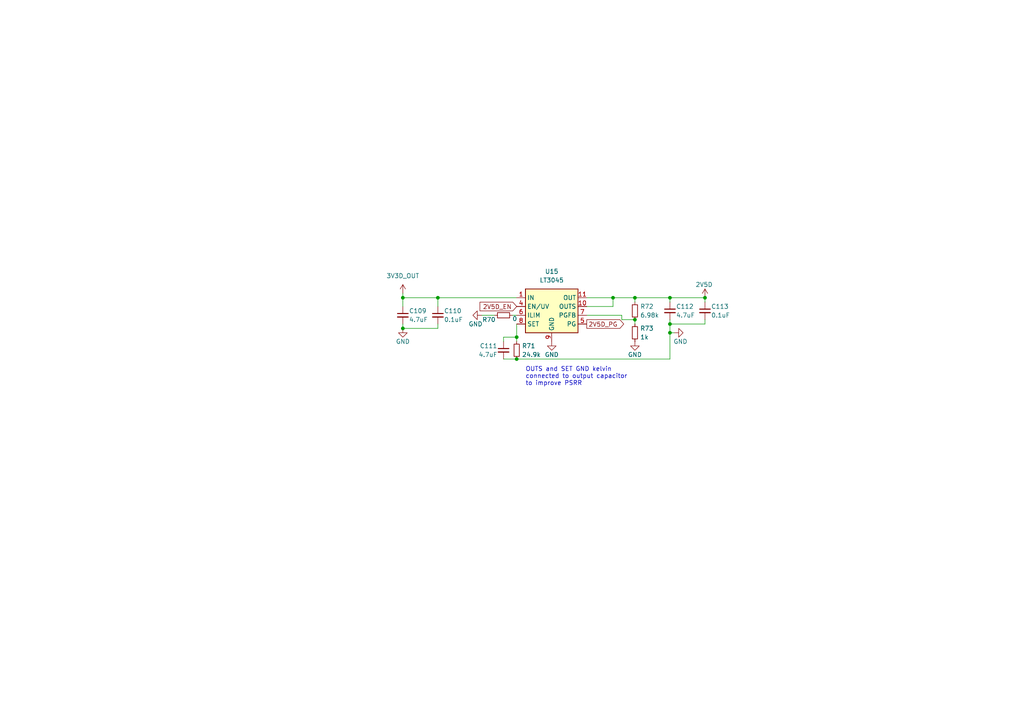
<source format=kicad_sch>
(kicad_sch (version 20250114) (generator "eeschema") (generator_version "9.0")
  (paper "A4")
  (title_block (title "4 channel ADC Module") (date "2025-04-18") (rev "0.1") (company "NOIRLab") (comment 1 "Design: Braulio Cancino Vera - braulio.cancino@noirlab.edu"))
  (lib_symbols
    (symbol "Device:C_Small" (pin_numbers (hide yes)) (pin_names (offset 0.254) (hide yes))
      (property "Reference" "C" (at 0.254 1.778 0))
      (property "Value" "C_Small" (at 0.254 -2.032 0))
      (symbol "C_Small_0_1"
        (polyline (pts (xy -1.524 0.508) (xy 1.524 0.508)) (stroke (width 0.3048)))
        (polyline (pts (xy -1.524 -0.508) (xy 1.524 -0.508)) (stroke (width 0.3302)))
      )
      (symbol "C_Small_1_1"
        (pin passive line (at 0 2.54 270) (length 2.032) (name "~") (number "1"))
        (pin passive line (at 0 -2.54 90) (length 2.032) (name "~") (number "2"))
      )
    )
    (symbol "Device:R_Small" (pin_numbers (hide yes)) (pin_names (offset 0.254) (hide yes))
      (property "Reference" "R" (at 0.762 0.508 0))
      (property "Value" "R_Small" (at 0.762 -1.016 0))
      (symbol "R_Small_0_1"
        (rectangle (start -0.762 1.778) (end 0.762 -1.778) (stroke (width 0.2032)))
      )
      (symbol "R_Small_1_1"
        (pin passive line (at 0 2.54 270) (length 0.762) (name "~") (number "1"))
        (pin passive line (at 0 -2.54 90) (length 0.762) (name "~") (number "2"))
      )
    )
    (symbol "Regulator_Linear:LT3045xMSE"
      (property "Reference" "U" (at -6.35 6.35 0))
      (property "Value" "LT3045xMSE" (at 1.27 6.35 0))
      (symbol "LT3045xMSE_0_1"
        (rectangle (start -7.62 5.08) (end 7.62 -7.62) (stroke (width 0.254)) (fill (type background)))
      )
      (symbol "LT3045xMSE_1_1"
        (pin power_in line (at -10.16 2.54 0) (length 2.54) (name "IN") (number "1"))
        (pin passive line (at -10.16 2.54 0) (length 2.54) (hide yes) (name "IN") (number "2"))
        (pin passive line (at -10.16 2.54 0) (length 2.54) (hide yes) (name "IN") (number "3"))
        (pin input line (at -10.16 0 0) (length 2.54) (name "EN/UV") (number "4"))
        (pin passive line (at -10.16 -2.54 0) (length 2.54) (name "ILIM") (number "6"))
        (pin passive line (at -10.16 -5.08 0) (length 2.54) (name "SET") (number "8"))
        (pin passive line (at 0 -10.16 90) (length 2.54) (hide yes) (name "GND") (number "13"))
        (pin power_in line (at 0 -10.16 90) (length 2.54) (name "GND") (number "9"))
        (pin power_out line (at 10.16 2.54 180) (length 2.54) (name "OUT") (number "11"))
        (pin passive line (at 10.16 2.54 180) (length 2.54) (hide yes) (name "OUT") (number "12"))
        (pin input line (at 10.16 0 180) (length 2.54) (name "OUTS") (number "10"))
        (pin input line (at 10.16 -2.54 180) (length 2.54) (name "PGFB") (number "7"))
        (pin open_collector line (at 10.16 -5.08 180) (length 2.54) (name "PG") (number "5"))
      )
    )
    (symbol "power:+12V" (power) (pin_numbers (hide yes)) (pin_names (offset 0) (hide yes))
      (property "Value" "+12V" (at 0 3.556 0))
      (symbol "+12V_0_1"
        (polyline (pts (xy -0.762 1.27) (xy 0 2.54)))
        (polyline (pts (xy 0 2.54) (xy 0.762 1.27)))
        (polyline (pts (xy 0 0) (xy 0 2.54)))
      )
      (symbol "+12V_1_1"
        (pin power_in line (at 0 0 90) (length 0) (name "~") (number "1"))
      )
    )
    (symbol "power:+3V3" (power) (pin_numbers (hide yes)) (pin_names (offset 0) (hide yes))
      (property "Value" "+3V3" (at 0 3.556 0))
      (symbol "+3V3_0_1"
        (polyline (pts (xy -0.762 1.27) (xy 0 2.54)))
        (polyline (pts (xy 0 2.54) (xy 0.762 1.27)))
        (polyline (pts (xy 0 0) (xy 0 2.54)))
      )
      (symbol "+3V3_1_1"
        (pin power_in line (at 0 0 90) (length 0) (name "~") (number "1"))
      )
    )
    (symbol "power:GND" (power) (pin_numbers (hide yes)) (pin_names (offset 0) (hide yes))
      (property "Value" "GND" (at 0 -3.81 0))
      (symbol "GND_0_1"
        (polyline (pts (xy 0 0) (xy 0 -1.27) (xy 1.27 -1.27) (xy 0 -2.54) (xy -1.27 -1.27) (xy 0 -1.27)))
      )
      (symbol "GND_1_1"
        (pin power_in line (at 0 0 270) (length 0) (name "~") (number "1"))
      )
    )
  )
  (text "OUTS and SET GND kelvin \nconnected to output capacitor\nto improve PSRR" (at 152.4 109.22 0) (effects (font (size 1.27 1.27)) (justify left)))
  (junction (at 194.31 93.98))
  (junction (at 194.31 96.52))
  (junction (at 149.86 97.79))
  (junction (at 204.47 86.36))
  (junction (at 194.31 86.36))
  (junction (at 149.86 104.14))
  (junction (at 184.15 86.36))
  (junction (at 116.84 95.25))
  (junction (at 127 86.36))
  (junction (at 184.15 92.71))
  (junction (at 116.84 86.36))
  (junction (at 177.8 86.36))
  (wire (pts (xy 180.34 91.44) (xy 180.34 92.71)))
  (wire (pts (xy 148.59 91.44) (xy 149.86 91.44)))
  (wire (pts (xy 177.8 88.9) (xy 177.8 86.36)))
  (wire (pts (xy 184.15 86.36) (xy 184.15 87.63)))
  (wire (pts (xy 143.51 91.44) (xy 139.7 91.44)))
  (wire (pts (xy 204.47 92.71) (xy 204.47 93.98)))
  (wire (pts (xy 149.86 104.14) (xy 194.31 104.14)))
  (wire (pts (xy 146.05 99.06) (xy 146.05 97.79)))
  (wire (pts (xy 194.31 104.14) (xy 194.31 96.52)))
  (wire (pts (xy 170.18 88.9) (xy 177.8 88.9)))
  (wire (pts (xy 116.84 86.36) (xy 127 86.36)))
  (wire (pts (xy 149.86 93.98) (xy 149.86 97.79)))
  (wire (pts (xy 116.84 86.36) (xy 116.84 88.9)))
  (wire (pts (xy 194.31 96.52) (xy 195.58 96.52)))
  (wire (pts (xy 116.84 95.25) (xy 116.84 93.98)))
  (wire (pts (xy 146.05 97.79) (xy 149.86 97.79)))
  (wire (pts (xy 170.18 86.36) (xy 177.8 86.36)))
  (wire (pts (xy 194.31 93.98) (xy 194.31 96.52)))
  (wire (pts (xy 127 86.36) (xy 149.86 86.36)))
  (wire (pts (xy 127 88.9) (xy 127 86.36)))
  (wire (pts (xy 170.18 91.44) (xy 180.34 91.44)))
  (wire (pts (xy 194.31 92.71) (xy 194.31 93.98)))
  (wire (pts (xy 194.31 86.36) (xy 204.47 86.36)))
  (wire (pts (xy 146.05 104.14) (xy 149.86 104.14)))
  (wire (pts (xy 184.15 93.98) (xy 184.15 92.71)))
  (wire (pts (xy 149.86 97.79) (xy 149.86 99.06)))
  (wire (pts (xy 180.34 92.71) (xy 184.15 92.71)))
  (wire (pts (xy 127 93.98) (xy 127 95.25)))
  (wire (pts (xy 194.31 87.63) (xy 194.31 86.36)))
  (wire (pts (xy 204.47 93.98) (xy 194.31 93.98)))
  (wire (pts (xy 184.15 86.36) (xy 194.31 86.36)))
  (wire (pts (xy 116.84 86.36) (xy 116.84 85.09)))
  (wire (pts (xy 116.84 95.25) (xy 127 95.25)))
  (wire (pts (xy 204.47 86.36) (xy 204.47 87.63)))
  (wire (pts (xy 177.8 86.36) (xy 184.15 86.36)))
  (global_label "2V5D_EN" (shape input) (at 149.86 88.9 180) (property "Intersheetrefs" "${INTERSHEET_REFS}" (effects (hide yes))))
  (global_label "2V5D_PG" (shape output) (at 170.18 93.98 0) (property "Intersheetrefs" "${INTERSHEET_REFS}" (effects (hide yes))))
  (symbol (lib_id "Device:R_Small") (at 184.15 90.17 0) (mirror y) (unit 1)
    (property "Reference" "R72" (at 185.674 88.9 0) (effects (justify right)))
    (property "Value" "6.98k" (at 185.674 91.44 0) (effects (justify right)))
    (property "Footprint" "Resistor_SMD:R_0603_1608Metric" (effects (hide yes)))
    (property "Description" "6.98 kOhms ±1% 0.1W, 1/10W Chip Resistor 0603 (1608 Metric) Automotive AEC-Q200 Thick Film" (effects (hide yes)))
    (property "M" "VISHAY" (effects (hide yes)))
    (property "MPN" "CRCW06036K98FKEA" (effects (hide yes)))
  )
  (symbol (lib_id "power:+12V") (at 204.47 86.36 0) (unit 1)
    (property "Reference" "#PWR0138" (effects (hide yes)))
    (property "Value" "2V5D" (at 204.216 82.55 0))
    (property "Description" "Power symbol creates a global label with name \"+12V\"" (effects (hide yes)))
  )
  (symbol (lib_id "Device:R_Small") (at 146.05 91.44 90) (mirror x) (unit 1)
    (property "Reference" "R70" (at 143.764 92.71 90) (effects (justify left)))
    (property "Value" "0" (at 148.59 92.456 90) (effects (justify right)))
    (property "Footprint" "Resistor_SMD:R_0603_1608Metric" (effects (hide yes)))
    (property "Description" "0 Ohms Jumper Chip Resistor 0603 (1608 Metric) Automotive AEC-Q200 Thick Film" (effects (hide yes)))
    (property "M" "VISHAY" (effects (hide yes)))
    (property "MPN" "CRCW06030000Z0EA" (effects (hide yes)))
  )
  (symbol (lib_id "Device:C_Small") (at 194.31 90.17 0) (unit 1)
    (property "Reference" "C112" (at 196.088 88.9 0) (effects (justify left)))
    (property "Value" "4.7uF" (at 196.088 91.44 0) (effects (justify left)))
    (property "Footprint" "Capacitor_SMD:C_1206_3216Metric" (effects (hide yes)))
    (property "Description" "4.7 µF ±10% 100V Ceramic Capacitor X7R 1206 (3216 Metric)" (effects (hide yes)))
    (property "M" "MURATA" (effects (hide yes)))
    (property "MPN" "GRM31CZ72A475KE11L" (effects (hide yes)))
  )
  (symbol (lib_id "power:GND") (at 184.15 99.06 0) (unit 1)
    (property "Reference" "#PWR0136" (effects (hide yes)))
    (property "Value" "GND" (at 184.15 102.87 0))
    (property "Description" "Power symbol creates a global label with name \"GND\" , ground" (effects (hide yes)))
  )
  (symbol (lib_id "Device:R_Small") (at 184.15 96.52 0) (mirror y) (unit 1)
    (property "Reference" "R73" (at 185.674 95.25 0) (effects (justify right)))
    (property "Value" "1k" (at 185.674 97.79 0) (effects (justify right)))
    (property "Footprint" "Resistor_SMD:R_0603_1608Metric" (effects (hide yes)))
    (property "Description" "1 kOhms ±1% 0.1W, 1/10W Chip Resistor 0603 (1608 Metric) Automotive AEC-Q200 Thick Film" (effects (hide yes)))
    (property "M" "VISHAY" (effects (hide yes)))
    (property "MPN" "CRCW06031K00FKEA" (effects (hide yes)))
  )
  (symbol (lib_id "power:GND") (at 116.84 95.25 0) (unit 1)
    (property "Reference" "#PWR0133" (effects (hide yes)))
    (property "Value" "GND" (at 116.84 99.06 0))
    (property "Description" "Power symbol creates a global label with name \"GND\" , ground" (effects (hide yes)))
  )
  (symbol (lib_id "power:GND") (at 195.58 96.52 90) (mirror x) (unit 1)
    (property "Reference" "#PWR0137" (effects (hide yes)))
    (property "Value" "GND" (at 197.358 99.06 90))
    (property "Description" "Power symbol creates a global label with name \"GND\" , ground" (effects (hide yes)))
  )
  (symbol (lib_id "Device:C_Small") (at 146.05 101.6 0) (mirror y) (unit 1)
    (property "Reference" "C111" (at 144.272 100.33 0) (effects (justify left)))
    (property "Value" "4.7uF" (at 144.272 102.87 0) (effects (justify left)))
    (property "Footprint" "Capacitor_SMD:C_1206_3216Metric" (effects (hide yes)))
    (property "Description" "4.7 µF ±10% 100V Ceramic Capacitor X7R 1206 (3216 Metric)" (effects (hide yes)))
    (property "M" "MURATA" (effects (hide yes)))
    (property "MPN" "GRM31CZ72A475KE11L" (effects (hide yes)))
  )
  (symbol (lib_id "Device:C_Small") (at 127 91.44 0) (unit 1)
    (property "Reference" "C110" (at 128.778 90.17 0) (effects (justify left)))
    (property "Value" "0.1uF" (at 128.778 92.71 0) (effects (justify left)))
    (property "Footprint" "Capacitor_SMD:C_0402_1005Metric" (effects (hide yes)))
    (property "Description" "0.1 µF ±10% 50V Ceramic Capacitor X7R 0402 (1005 Metric)" (effects (hide yes)))
    (property "M" "MURATA" (effects (hide yes)))
    (property "MPN" "GCM155R71H104KE02J" (effects (hide yes)))
  )
  (symbol (lib_id "power:+3V3") (at 116.84 85.09 0) (unit 1)
    (property "Reference" "#PWR0132" (effects (hide yes)))
    (property "Value" "3V3D_OUT" (at 116.84 80.01 0))
    (property "Description" "Power symbol creates a global label with name \"+3V3\"" (effects (hide yes)))
  )
  (symbol (lib_id "Device:C_Small") (at 204.47 90.17 0) (unit 1)
    (property "Reference" "C113" (at 206.248 88.9 0) (effects (justify left)))
    (property "Value" "0.1uF" (at 206.248 91.44 0) (effects (justify left)))
    (property "Footprint" "Capacitor_SMD:C_0402_1005Metric" (effects (hide yes)))
    (property "Description" "0.1 µF ±10% 50V Ceramic Capacitor X7R 0402 (1005 Metric)" (effects (hide yes)))
    (property "M" "MURATA" (effects (hide yes)))
    (property "MPN" "GCM155R71H104KE02J" (effects (hide yes)))
  )
  (symbol (lib_id "Device:R_Small") (at 149.86 101.6 0) (mirror y) (unit 1)
    (property "Reference" "R71" (at 151.384 100.33 0) (effects (justify right)))
    (property "Value" "24.9k" (at 151.384 102.87 0) (effects (justify right)))
    (property "Footprint" "Resistor_SMD:R_0603_1608Metric" (effects (hide yes)))
    (property "Description" "24.9 kOhms ±0.1% 0.21W Chip Resistor 0603 (1608 Metric) Anti-Sulfur, Automotive AEC-Q200, Moisture Resistant Thin Film" (effects (hide yes)))
    (property "M" "VISHAY" (effects (hide yes)))
    (property "MPN" "TNPW060324K9BEEN" (effects (hide yes)))
  )
  (symbol (lib_id "power:GND") (at 139.7 91.44 270) (unit 1)
    (property "Reference" "#PWR0134" (effects (hide yes)))
    (property "Value" "GND" (at 137.922 93.98 90))
    (property "Description" "Power symbol creates a global label with name \"GND\" , ground" (effects (hide yes)))
  )
  (symbol (lib_id "power:GND") (at 160.02 99.06 0) (unit 1)
    (property "Reference" "#PWR0135" (effects (hide yes)))
    (property "Value" "GND" (at 160.02 102.87 0))
    (property "Description" "Power symbol creates a global label with name \"GND\" , ground" (effects (hide yes)))
  )
  (symbol (lib_id "Device:C_Small") (at 116.84 91.44 0) (unit 1)
    (property "Reference" "C109" (at 118.618 90.17 0) (effects (justify left)))
    (property "Value" "4.7uF" (at 118.618 92.71 0) (effects (justify left)))
    (property "Footprint" "Capacitor_SMD:C_1206_3216Metric" (effects (hide yes)))
    (property "Description" "4.7 µF ±10% 100V Ceramic Capacitor X7R 1206 (3216 Metric)" (effects (hide yes)))
    (property "M" "MURATA" (effects (hide yes)))
    (property "MPN" "GRM31CZ72A475KE11L" (effects (hide yes)))
  )
  (symbol (lib_id "Regulator_Linear:LT3045xMSE") (at 160.02 88.9 0) (unit 1)
    (property "Reference" "U15" (at 160.02 78.74 0))
    (property "Value" "LT3045" (at 160.02 81.28 0))
    (property "Footprint" "Package_SO:MSOP-12-1EP_3x4.039mm_P0.65mm_EP1.651x2.845mm" (effects (hide yes)))
    (property "Datasheet" "https://www.analog.com/media/en/technical-documentation/data-sheets/3045fa.pdf" (effects (hide yes)))
    (property "Description" "500mA, Adjustable, Ultralow Noise, Ultrahigh PSRR Linear Regulator, MSOP-12" (effects (hide yes)))
    (property "M" "ANALOG" (effects (hide yes)))
    (property "MPN" "LT3045EMSE#TRPBF" (effects (hide yes)))
  )
)
</source>
